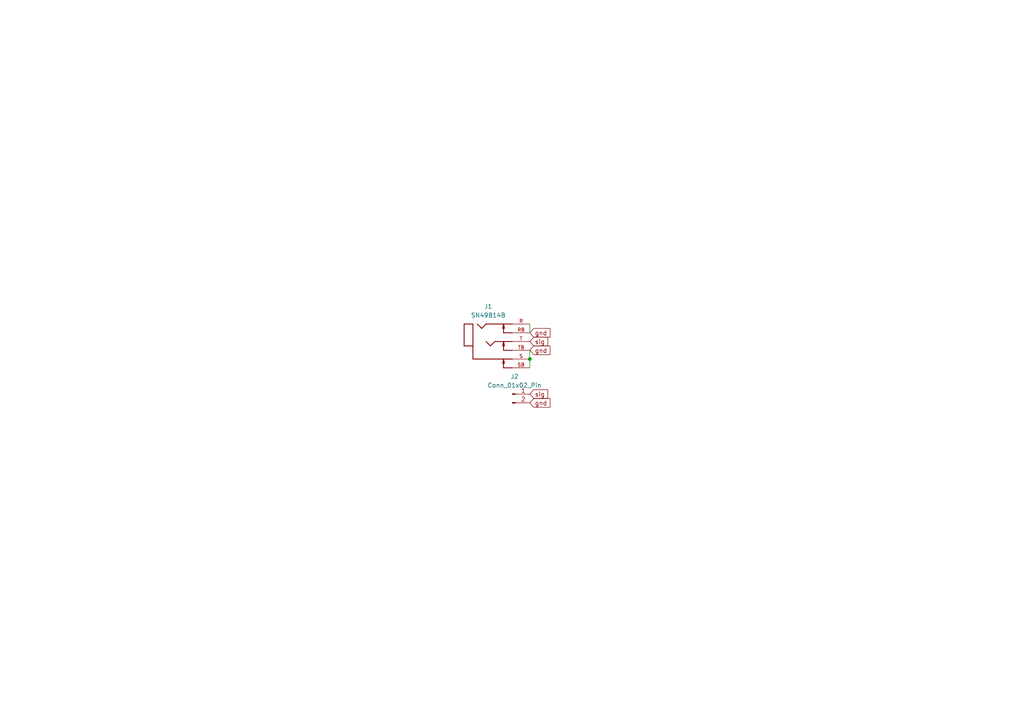
<source format=kicad_sch>
(kicad_sch (version 20231120) (generator "eeschema") (generator_version "8.0")
  (paper "A4")
  (lib_symbols
    (symbol "Connector:Conn_01x02_Pin" (pin_names (offset 1.016) hide)
      (property "Reference" "J" (at 0 2.54 0))
      (property "Value" "Conn_01x02_Pin" (at 0 -5.08 0))
      (symbol "Conn_01x02_Pin_1_1"
        (polyline (pts (xy 1.27 -2.54) (xy 0.8636 -2.54)) (stroke (width 0.1524)))
        (polyline (pts (xy 1.27 0) (xy 0.8636 0)) (stroke (width 0.1524)))
        (rectangle (start 0.8636 -2.413) (end 0 -2.667) (stroke (width 0.1524)) (fill (type outline)))
        (rectangle (start 0.8636 0.127) (end 0 -0.127) (stroke (width 0.1524)) (fill (type outline)))
        (pin passive line (at 5.08 0 180) (length 3.81) (name "Pin_1") (number "1"))
        (pin passive line (at 5.08 -2.54 180) (length 3.81) (name "Pin_2") (number "2"))
      )
    )
    (symbol "SN49B14B:SN49B14B" (pin_names (offset 1.016))
      (property "Reference" "J1" (at -1.905 10.16 0))
      (property "Value" "SN49B14B" (at -1.905 7.62 0))
      (symbol "SN49B14B_0_0"
        (polyline (pts (xy -8.89 -1.27) (xy -8.89 5.08)) (stroke (width 0.254)))
        (polyline (pts (xy -8.89 5.08) (xy -6.35 5.08)) (stroke (width 0.254)))
        (polyline (pts (xy -6.35 -5.08) (xy -6.35 -1.27)) (stroke (width 0.254)))
        (polyline (pts (xy -6.35 -5.08) (xy 5.08 -5.08)) (stroke (width 0.254)))
        (polyline (pts (xy -6.35 -1.27) (xy -8.89 -1.27)) (stroke (width 0.254)))
        (polyline (pts (xy -6.35 5.08) (xy -6.35 -1.27)) (stroke (width 0.254)))
        (polyline (pts (xy -5.08 5.08) (xy -3.81 3.81)) (stroke (width 0.254)))
        (polyline (pts (xy -3.81 3.81) (xy -2.54 5.08)) (stroke (width 0.254)))
        (polyline (pts (xy -2.54 0) (xy -1.27 -1.27)) (stroke (width 0.254)))
        (polyline (pts (xy -2.54 5.08) (xy 5.08 5.08)) (stroke (width 0.254)))
        (polyline (pts (xy -1.27 -1.27) (xy 0 0)) (stroke (width 0.254)))
        (polyline (pts (xy 0 0) (xy 5.08 0)) (stroke (width 0.254)))
        (polyline (pts (xy 2.54 -7.62) (xy 2.54 -5.842)) (stroke (width 0.254)))
        (polyline (pts (xy 2.54 -7.62) (xy 5.08 -7.62)) (stroke (width 0.254)))
        (polyline (pts (xy 2.54 -2.54) (xy 2.54 -0.762)) (stroke (width 0.254)))
        (polyline (pts (xy 2.54 -2.54) (xy 5.08 -2.54)) (stroke (width 0.254)))
        (polyline (pts (xy 2.54 2.54) (xy 2.54 4.318)) (stroke (width 0.254)))
        (polyline (pts (xy 2.54 2.54) (xy 5.08 2.54)) (stroke (width 0.254)))
        (polyline (pts (xy 2.54 -5.08) (xy 2.286 -6.35) (xy 2.794 -6.35) (xy 2.54 -5.08)) (stroke (width 0.254)) (fill (type outline)))
        (polyline (pts (xy 2.54 0) (xy 2.286 -1.27) (xy 2.794 -1.27) (xy 2.54 0)) (stroke (width 0.254)) (fill (type outline)))
        (polyline (pts (xy 2.54 5.08) (xy 2.286 3.81) (xy 2.794 3.81) (xy 2.54 5.08)) (stroke (width 0.254)) (fill (type outline)))
        (pin passive line (at 10.16 5.08 180) (length 5.08) (name "~") (number "R"))
        (pin passive line (at 10.16 2.54 180) (length 5.08) (name "~") (number "RB"))
        (pin passive line (at 10.16 -5.08 180) (length 5.08) (name "~") (number "S"))
        (pin passive line (at 10.16 -7.62 180) (length 5.08) (name "~") (number "SB"))
        (pin passive line (at 10.16 0 180) (length 5.08) (name "~") (number "T"))
        (pin passive line (at 10.16 -2.54 180) (length 5.08) (name "~") (number "TB"))
      )
    )
  )
  (junction (at 153.67 104.14))
  (wire (pts (xy 153.67 93.98) (xy 153.67 96.52)))
  (wire (pts (xy 153.67 104.14) (xy 153.67 106.68)))
  (wire (pts (xy 153.67 101.6) (xy 153.67 104.14)))
  (global_label "sig" (shape input) (at 153.67 114.3 0) (property "Intersheetrefs" "${INTERSHEET_REFS}" (effects (hide yes))))
  (global_label "sig" (shape input) (at 153.67 99.06 0) (property "Intersheetrefs" "${INTERSHEET_REFS}" (effects (hide yes))))
  (global_label "gnd" (shape input) (at 153.67 96.52 0) (property "Intersheetrefs" "${INTERSHEET_REFS}" (effects (hide yes))))
  (global_label "gnd" (shape input) (at 153.67 116.84 0) (property "Intersheetrefs" "${INTERSHEET_REFS}" (effects (hide yes))))
  (global_label "gnd" (shape input) (at 153.67 101.6 0) (property "Intersheetrefs" "${INTERSHEET_REFS}" (effects (hide yes))))
  (symbol (lib_id "SN49B14B:SN49B14B") (at 143.51 99.06 0) (unit 1)
    (property "Reference" "J1" (at 141.605 88.9 0))
    (property "Value" "SN49B14B" (at 141.605 91.44 0))
    (property "Footprint" "footprints:PJ-644C" (effects (hide yes)))
    (property "PARTREV" "F" (effects (hide yes)))
    (property "STANDARD" "Manufacturer Recommendations" (effects (hide yes)))
    (property "MANUFACTURER" "Switchcraft" (effects (hide yes)))
  )
  (symbol (lib_id "Connector:Conn_01x02_Pin") (at 148.59 114.3 0) (unit 1)
    (property "Reference" "J2" (at 149.225 109.22 0))
    (property "Value" "Conn_01x02_Pin" (at 149.225 111.76 0))
    (property "Footprint" "Connector_JST:JST_XH_B2B-XH-A_1x02_P2.50mm_Vertical" (effects (hide yes)))
    (property "Description" "Generic connector, single row, 01x02, script generated" (effects (hide yes)))
  )
)
</source>
